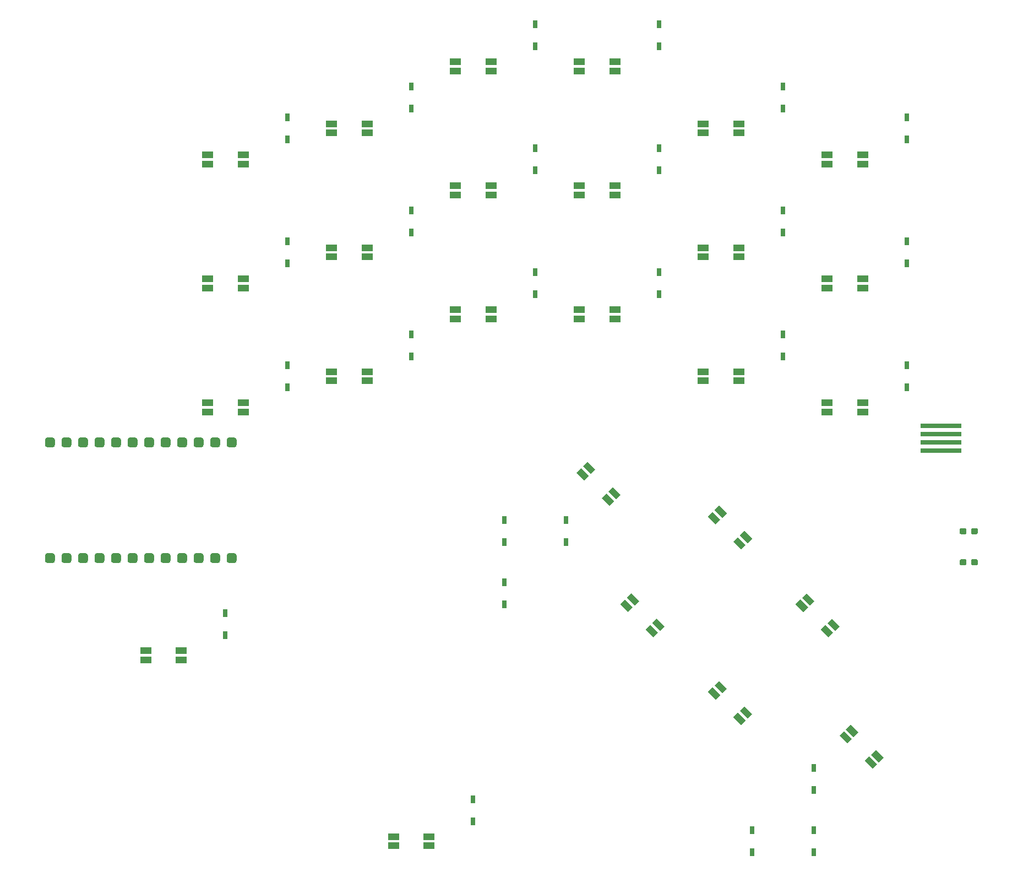
<source format=gbp>
G04 #@! TF.GenerationSoftware,KiCad,Pcbnew,(5.1.9)-1*
G04 #@! TF.CreationDate,2021-10-14T03:32:22+09:00*
G04 #@! TF.ProjectId,GraSPIntEx,47726153-5049-46e7-9445-782e6b696361,rev?*
G04 #@! TF.SameCoordinates,Original*
G04 #@! TF.FileFunction,Paste,Bot*
G04 #@! TF.FilePolarity,Positive*
%FSLAX46Y46*%
G04 Gerber Fmt 4.6, Leading zero omitted, Abs format (unit mm)*
G04 Created by KiCad (PCBNEW (5.1.9)-1) date 2021-10-14 03:32:22*
%MOMM*%
%LPD*%
G01*
G04 APERTURE LIST*
%ADD10R,6.350000X0.760000*%
%ADD11R,0.750000X1.200000*%
%ADD12R,1.700000X1.000000*%
%ADD13C,0.100000*%
G04 APERTURE END LIST*
D10*
G04 #@! TO.C,J2*
X167159500Y-97155000D03*
X167159500Y-95885000D03*
X167159500Y-94615000D03*
X167159500Y-93345000D03*
G04 #@! TD*
G04 #@! TO.C,R3*
G36*
G01*
X171800000Y-109775000D02*
X171800000Y-109300000D01*
G75*
G02*
X172037500Y-109062500I237500J0D01*
G01*
X172612500Y-109062500D01*
G75*
G02*
X172850000Y-109300000I0J-237500D01*
G01*
X172850000Y-109775000D01*
G75*
G02*
X172612500Y-110012500I-237500J0D01*
G01*
X172037500Y-110012500D01*
G75*
G02*
X171800000Y-109775000I0J237500D01*
G01*
G37*
G36*
G01*
X170050000Y-109775000D02*
X170050000Y-109300000D01*
G75*
G02*
X170287500Y-109062500I237500J0D01*
G01*
X170862500Y-109062500D01*
G75*
G02*
X171100000Y-109300000I0J-237500D01*
G01*
X171100000Y-109775000D01*
G75*
G02*
X170862500Y-110012500I-237500J0D01*
G01*
X170287500Y-110012500D01*
G75*
G02*
X170050000Y-109775000I0J237500D01*
G01*
G37*
G04 #@! TD*
G04 #@! TO.C,U2*
G36*
G01*
X29781500Y-112903000D02*
X30543500Y-112903000D01*
G75*
G02*
X30924500Y-113284000I0J-381000D01*
G01*
X30924500Y-114046000D01*
G75*
G02*
X30543500Y-114427000I-381000J0D01*
G01*
X29781500Y-114427000D01*
G75*
G02*
X29400500Y-114046000I0J381000D01*
G01*
X29400500Y-113284000D01*
G75*
G02*
X29781500Y-112903000I381000J0D01*
G01*
G37*
G36*
G01*
X32321500Y-112903000D02*
X33083500Y-112903000D01*
G75*
G02*
X33464500Y-113284000I0J-381000D01*
G01*
X33464500Y-114046000D01*
G75*
G02*
X33083500Y-114427000I-381000J0D01*
G01*
X32321500Y-114427000D01*
G75*
G02*
X31940500Y-114046000I0J381000D01*
G01*
X31940500Y-113284000D01*
G75*
G02*
X32321500Y-112903000I381000J0D01*
G01*
G37*
G36*
G01*
X34861500Y-112903000D02*
X35623500Y-112903000D01*
G75*
G02*
X36004500Y-113284000I0J-381000D01*
G01*
X36004500Y-114046000D01*
G75*
G02*
X35623500Y-114427000I-381000J0D01*
G01*
X34861500Y-114427000D01*
G75*
G02*
X34480500Y-114046000I0J381000D01*
G01*
X34480500Y-113284000D01*
G75*
G02*
X34861500Y-112903000I381000J0D01*
G01*
G37*
G36*
G01*
X37401500Y-112903000D02*
X38163500Y-112903000D01*
G75*
G02*
X38544500Y-113284000I0J-381000D01*
G01*
X38544500Y-114046000D01*
G75*
G02*
X38163500Y-114427000I-381000J0D01*
G01*
X37401500Y-114427000D01*
G75*
G02*
X37020500Y-114046000I0J381000D01*
G01*
X37020500Y-113284000D01*
G75*
G02*
X37401500Y-112903000I381000J0D01*
G01*
G37*
G36*
G01*
X39941500Y-112903000D02*
X40703500Y-112903000D01*
G75*
G02*
X41084500Y-113284000I0J-381000D01*
G01*
X41084500Y-114046000D01*
G75*
G02*
X40703500Y-114427000I-381000J0D01*
G01*
X39941500Y-114427000D01*
G75*
G02*
X39560500Y-114046000I0J381000D01*
G01*
X39560500Y-113284000D01*
G75*
G02*
X39941500Y-112903000I381000J0D01*
G01*
G37*
G36*
G01*
X42481500Y-112903000D02*
X43243500Y-112903000D01*
G75*
G02*
X43624500Y-113284000I0J-381000D01*
G01*
X43624500Y-114046000D01*
G75*
G02*
X43243500Y-114427000I-381000J0D01*
G01*
X42481500Y-114427000D01*
G75*
G02*
X42100500Y-114046000I0J381000D01*
G01*
X42100500Y-113284000D01*
G75*
G02*
X42481500Y-112903000I381000J0D01*
G01*
G37*
G36*
G01*
X45021500Y-112903000D02*
X45783500Y-112903000D01*
G75*
G02*
X46164500Y-113284000I0J-381000D01*
G01*
X46164500Y-114046000D01*
G75*
G02*
X45783500Y-114427000I-381000J0D01*
G01*
X45021500Y-114427000D01*
G75*
G02*
X44640500Y-114046000I0J381000D01*
G01*
X44640500Y-113284000D01*
G75*
G02*
X45021500Y-112903000I381000J0D01*
G01*
G37*
G36*
G01*
X47561500Y-112903000D02*
X48323500Y-112903000D01*
G75*
G02*
X48704500Y-113284000I0J-381000D01*
G01*
X48704500Y-114046000D01*
G75*
G02*
X48323500Y-114427000I-381000J0D01*
G01*
X47561500Y-114427000D01*
G75*
G02*
X47180500Y-114046000I0J381000D01*
G01*
X47180500Y-113284000D01*
G75*
G02*
X47561500Y-112903000I381000J0D01*
G01*
G37*
G36*
G01*
X50101500Y-112903000D02*
X50863500Y-112903000D01*
G75*
G02*
X51244500Y-113284000I0J-381000D01*
G01*
X51244500Y-114046000D01*
G75*
G02*
X50863500Y-114427000I-381000J0D01*
G01*
X50101500Y-114427000D01*
G75*
G02*
X49720500Y-114046000I0J381000D01*
G01*
X49720500Y-113284000D01*
G75*
G02*
X50101500Y-112903000I381000J0D01*
G01*
G37*
G36*
G01*
X52641500Y-112903000D02*
X53403500Y-112903000D01*
G75*
G02*
X53784500Y-113284000I0J-381000D01*
G01*
X53784500Y-114046000D01*
G75*
G02*
X53403500Y-114427000I-381000J0D01*
G01*
X52641500Y-114427000D01*
G75*
G02*
X52260500Y-114046000I0J381000D01*
G01*
X52260500Y-113284000D01*
G75*
G02*
X52641500Y-112903000I381000J0D01*
G01*
G37*
G36*
G01*
X55181500Y-112903000D02*
X55943500Y-112903000D01*
G75*
G02*
X56324500Y-113284000I0J-381000D01*
G01*
X56324500Y-114046000D01*
G75*
G02*
X55943500Y-114427000I-381000J0D01*
G01*
X55181500Y-114427000D01*
G75*
G02*
X54800500Y-114046000I0J381000D01*
G01*
X54800500Y-113284000D01*
G75*
G02*
X55181500Y-112903000I381000J0D01*
G01*
G37*
G36*
G01*
X57721500Y-112903000D02*
X58483500Y-112903000D01*
G75*
G02*
X58864500Y-113284000I0J-381000D01*
G01*
X58864500Y-114046000D01*
G75*
G02*
X58483500Y-114427000I-381000J0D01*
G01*
X57721500Y-114427000D01*
G75*
G02*
X57340500Y-114046000I0J381000D01*
G01*
X57340500Y-113284000D01*
G75*
G02*
X57721500Y-112903000I381000J0D01*
G01*
G37*
G36*
G01*
X57721500Y-95123000D02*
X58483500Y-95123000D01*
G75*
G02*
X58864500Y-95504000I0J-381000D01*
G01*
X58864500Y-96266000D01*
G75*
G02*
X58483500Y-96647000I-381000J0D01*
G01*
X57721500Y-96647000D01*
G75*
G02*
X57340500Y-96266000I0J381000D01*
G01*
X57340500Y-95504000D01*
G75*
G02*
X57721500Y-95123000I381000J0D01*
G01*
G37*
G36*
G01*
X55181500Y-95123000D02*
X55943500Y-95123000D01*
G75*
G02*
X56324500Y-95504000I0J-381000D01*
G01*
X56324500Y-96266000D01*
G75*
G02*
X55943500Y-96647000I-381000J0D01*
G01*
X55181500Y-96647000D01*
G75*
G02*
X54800500Y-96266000I0J381000D01*
G01*
X54800500Y-95504000D01*
G75*
G02*
X55181500Y-95123000I381000J0D01*
G01*
G37*
G36*
G01*
X52641500Y-95123000D02*
X53403500Y-95123000D01*
G75*
G02*
X53784500Y-95504000I0J-381000D01*
G01*
X53784500Y-96266000D01*
G75*
G02*
X53403500Y-96647000I-381000J0D01*
G01*
X52641500Y-96647000D01*
G75*
G02*
X52260500Y-96266000I0J381000D01*
G01*
X52260500Y-95504000D01*
G75*
G02*
X52641500Y-95123000I381000J0D01*
G01*
G37*
G36*
G01*
X50101500Y-95123000D02*
X50863500Y-95123000D01*
G75*
G02*
X51244500Y-95504000I0J-381000D01*
G01*
X51244500Y-96266000D01*
G75*
G02*
X50863500Y-96647000I-381000J0D01*
G01*
X50101500Y-96647000D01*
G75*
G02*
X49720500Y-96266000I0J381000D01*
G01*
X49720500Y-95504000D01*
G75*
G02*
X50101500Y-95123000I381000J0D01*
G01*
G37*
G36*
G01*
X47561500Y-95123000D02*
X48323500Y-95123000D01*
G75*
G02*
X48704500Y-95504000I0J-381000D01*
G01*
X48704500Y-96266000D01*
G75*
G02*
X48323500Y-96647000I-381000J0D01*
G01*
X47561500Y-96647000D01*
G75*
G02*
X47180500Y-96266000I0J381000D01*
G01*
X47180500Y-95504000D01*
G75*
G02*
X47561500Y-95123000I381000J0D01*
G01*
G37*
G36*
G01*
X45021500Y-95123000D02*
X45783500Y-95123000D01*
G75*
G02*
X46164500Y-95504000I0J-381000D01*
G01*
X46164500Y-96266000D01*
G75*
G02*
X45783500Y-96647000I-381000J0D01*
G01*
X45021500Y-96647000D01*
G75*
G02*
X44640500Y-96266000I0J381000D01*
G01*
X44640500Y-95504000D01*
G75*
G02*
X45021500Y-95123000I381000J0D01*
G01*
G37*
G36*
G01*
X42481500Y-95123000D02*
X43243500Y-95123000D01*
G75*
G02*
X43624500Y-95504000I0J-381000D01*
G01*
X43624500Y-96266000D01*
G75*
G02*
X43243500Y-96647000I-381000J0D01*
G01*
X42481500Y-96647000D01*
G75*
G02*
X42100500Y-96266000I0J381000D01*
G01*
X42100500Y-95504000D01*
G75*
G02*
X42481500Y-95123000I381000J0D01*
G01*
G37*
G36*
G01*
X39941500Y-95123000D02*
X40703500Y-95123000D01*
G75*
G02*
X41084500Y-95504000I0J-381000D01*
G01*
X41084500Y-96266000D01*
G75*
G02*
X40703500Y-96647000I-381000J0D01*
G01*
X39941500Y-96647000D01*
G75*
G02*
X39560500Y-96266000I0J381000D01*
G01*
X39560500Y-95504000D01*
G75*
G02*
X39941500Y-95123000I381000J0D01*
G01*
G37*
G36*
G01*
X37401500Y-95123000D02*
X38163500Y-95123000D01*
G75*
G02*
X38544500Y-95504000I0J-381000D01*
G01*
X38544500Y-96266000D01*
G75*
G02*
X38163500Y-96647000I-381000J0D01*
G01*
X37401500Y-96647000D01*
G75*
G02*
X37020500Y-96266000I0J381000D01*
G01*
X37020500Y-95504000D01*
G75*
G02*
X37401500Y-95123000I381000J0D01*
G01*
G37*
G36*
G01*
X34861500Y-95123000D02*
X35623500Y-95123000D01*
G75*
G02*
X36004500Y-95504000I0J-381000D01*
G01*
X36004500Y-96266000D01*
G75*
G02*
X35623500Y-96647000I-381000J0D01*
G01*
X34861500Y-96647000D01*
G75*
G02*
X34480500Y-96266000I0J381000D01*
G01*
X34480500Y-95504000D01*
G75*
G02*
X34861500Y-95123000I381000J0D01*
G01*
G37*
G36*
G01*
X32321500Y-95123000D02*
X33083500Y-95123000D01*
G75*
G02*
X33464500Y-95504000I0J-381000D01*
G01*
X33464500Y-96266000D01*
G75*
G02*
X33083500Y-96647000I-381000J0D01*
G01*
X32321500Y-96647000D01*
G75*
G02*
X31940500Y-96266000I0J381000D01*
G01*
X31940500Y-95504000D01*
G75*
G02*
X32321500Y-95123000I381000J0D01*
G01*
G37*
G36*
G01*
X29781500Y-95123000D02*
X30543500Y-95123000D01*
G75*
G02*
X30924500Y-95504000I0J-381000D01*
G01*
X30924500Y-96266000D01*
G75*
G02*
X30543500Y-96647000I-381000J0D01*
G01*
X29781500Y-96647000D01*
G75*
G02*
X29400500Y-96266000I0J381000D01*
G01*
X29400500Y-95504000D01*
G75*
G02*
X29781500Y-95123000I381000J0D01*
G01*
G37*
G04 #@! TD*
G04 #@! TO.C,R4*
G36*
G01*
X171800000Y-114537500D02*
X171800000Y-114062500D01*
G75*
G02*
X172037500Y-113825000I237500J0D01*
G01*
X172612500Y-113825000D01*
G75*
G02*
X172850000Y-114062500I0J-237500D01*
G01*
X172850000Y-114537500D01*
G75*
G02*
X172612500Y-114775000I-237500J0D01*
G01*
X172037500Y-114775000D01*
G75*
G02*
X171800000Y-114537500I0J237500D01*
G01*
G37*
G36*
G01*
X170050000Y-114537500D02*
X170050000Y-114062500D01*
G75*
G02*
X170287500Y-113825000I237500J0D01*
G01*
X170862500Y-113825000D01*
G75*
G02*
X171100000Y-114062500I0J-237500D01*
G01*
X171100000Y-114537500D01*
G75*
G02*
X170862500Y-114775000I-237500J0D01*
G01*
X170287500Y-114775000D01*
G75*
G02*
X170050000Y-114537500I0J237500D01*
G01*
G37*
G04 #@! TD*
D11*
G04 #@! TO.C,D12*
X161925000Y-45925000D03*
X161925000Y-49325000D03*
G04 #@! TD*
G04 #@! TO.C,D4*
X85725000Y-41162500D03*
X85725000Y-44562500D03*
G04 #@! TD*
G04 #@! TO.C,D30*
X104775000Y-69737500D03*
X104775000Y-73137500D03*
G04 #@! TD*
G04 #@! TO.C,D10*
X142875000Y-41162500D03*
X142875000Y-44562500D03*
G04 #@! TD*
G04 #@! TO.C,D20*
X123825000Y-50687500D03*
X123825000Y-54087500D03*
G04 #@! TD*
G04 #@! TO.C,D16*
X85725000Y-60212500D03*
X85725000Y-63612500D03*
G04 #@! TD*
G04 #@! TO.C,D18*
X104775000Y-50687500D03*
X104775000Y-54087500D03*
G04 #@! TD*
G04 #@! TO.C,D6*
X104775000Y-31637500D03*
X104775000Y-35037500D03*
G04 #@! TD*
G04 #@! TO.C,D2*
X66675000Y-45925000D03*
X66675000Y-49325000D03*
G04 #@! TD*
G04 #@! TO.C,D26*
X66675000Y-84025000D03*
X66675000Y-87425000D03*
G04 #@! TD*
G04 #@! TO.C,D8*
X123825000Y-31637500D03*
X123825000Y-35037500D03*
G04 #@! TD*
G04 #@! TO.C,D14*
X66675000Y-64975000D03*
X66675000Y-68375000D03*
G04 #@! TD*
G04 #@! TO.C,D22*
X142875000Y-60212500D03*
X142875000Y-63612500D03*
G04 #@! TD*
G04 #@! TO.C,D28*
X85725000Y-79262500D03*
X85725000Y-82662500D03*
G04 #@! TD*
G04 #@! TO.C,D24*
X161925000Y-64975000D03*
X161925000Y-68375000D03*
G04 #@! TD*
G04 #@! TO.C,D32*
X123825000Y-69737500D03*
X123825000Y-73137500D03*
G04 #@! TD*
G04 #@! TO.C,D36*
X161925000Y-84025000D03*
X161925000Y-87425000D03*
G04 #@! TD*
G04 #@! TO.C,D38*
X100012500Y-107837500D03*
X100012500Y-111237500D03*
G04 #@! TD*
G04 #@! TO.C,D40*
X109537500Y-107837500D03*
X109537500Y-111237500D03*
G04 #@! TD*
G04 #@! TO.C,D42*
X100012500Y-117362500D03*
X100012500Y-120762500D03*
G04 #@! TD*
G04 #@! TO.C,D44*
X147637500Y-145937500D03*
X147637500Y-149337500D03*
G04 #@! TD*
G04 #@! TO.C,D46*
X138112500Y-155462500D03*
X138112500Y-158862500D03*
G04 #@! TD*
G04 #@! TO.C,D48*
X147637500Y-155462500D03*
X147637500Y-158862500D03*
G04 #@! TD*
G04 #@! TO.C,D34*
X142875000Y-79262500D03*
X142875000Y-82662500D03*
G04 #@! TD*
G04 #@! TO.C,D50*
X57150000Y-122125000D03*
X57150000Y-125525000D03*
G04 #@! TD*
G04 #@! TO.C,D52*
X95250000Y-150700000D03*
X95250000Y-154100000D03*
G04 #@! TD*
D12*
G04 #@! TO.C,LED29*
X98000000Y-37400000D03*
X98000000Y-38800000D03*
X92500000Y-37400000D03*
X92500000Y-38800000D03*
G04 #@! TD*
G04 #@! TO.C,LED33*
X149650000Y-72137500D03*
X149650000Y-70737500D03*
X155150000Y-72137500D03*
X155150000Y-70737500D03*
G04 #@! TD*
G04 #@! TO.C,LED30*
X117050000Y-37400000D03*
X117050000Y-38800000D03*
X111550000Y-37400000D03*
X111550000Y-38800000D03*
G04 #@! TD*
G04 #@! TO.C,LED40*
X78950000Y-85025000D03*
X78950000Y-86425000D03*
X73450000Y-85025000D03*
X73450000Y-86425000D03*
G04 #@! TD*
G04 #@! TO.C,LED42*
X117050000Y-75500000D03*
X117050000Y-76900000D03*
X111550000Y-75500000D03*
X111550000Y-76900000D03*
G04 #@! TD*
G04 #@! TO.C,LED44*
X155150000Y-89787500D03*
X155150000Y-91187500D03*
X149650000Y-89787500D03*
X149650000Y-91187500D03*
G04 #@! TD*
D13*
G04 #@! TO.C,LED46*
G36*
X133259980Y-134698398D02*
G01*
X132552873Y-135405505D01*
X131350792Y-134203424D01*
X132057899Y-133496317D01*
X133259980Y-134698398D01*
G37*
G36*
X134249929Y-133708449D02*
G01*
X133542822Y-134415556D01*
X132340741Y-133213475D01*
X133047848Y-132506368D01*
X134249929Y-133708449D01*
G37*
G36*
X137149067Y-138587485D02*
G01*
X136441960Y-139294592D01*
X135239879Y-138092511D01*
X135946986Y-137385404D01*
X137149067Y-138587485D01*
G37*
G36*
X138139016Y-137597536D02*
G01*
X137431909Y-138304643D01*
X136229828Y-137102562D01*
X136936935Y-136395455D01*
X138139016Y-137597536D01*
G37*
G04 #@! TD*
G04 #@! TO.C,LED48*
G36*
X119789596Y-121228014D02*
G01*
X119082489Y-121935121D01*
X117880408Y-120733040D01*
X118587515Y-120025933D01*
X119789596Y-121228014D01*
G37*
G36*
X120779545Y-120238065D02*
G01*
X120072438Y-120945172D01*
X118870357Y-119743091D01*
X119577464Y-119035984D01*
X120779545Y-120238065D01*
G37*
G36*
X123678683Y-125117101D02*
G01*
X122971576Y-125824208D01*
X121769495Y-124622127D01*
X122476602Y-123915020D01*
X123678683Y-125117101D01*
G37*
G36*
X124668632Y-124127152D02*
G01*
X123961525Y-124834259D01*
X122759444Y-123632178D01*
X123466551Y-122925071D01*
X124668632Y-124127152D01*
G37*
G04 #@! TD*
D12*
G04 #@! TO.C,LED51*
X50375000Y-127887500D03*
X50375000Y-129287500D03*
X44875000Y-127887500D03*
X44875000Y-129287500D03*
G04 #@! TD*
G04 #@! TO.C,LED32*
X155150000Y-51687500D03*
X155150000Y-53087500D03*
X149650000Y-51687500D03*
X149650000Y-53087500D03*
G04 #@! TD*
G04 #@! TO.C,LED34*
X130600000Y-67375000D03*
X130600000Y-65975000D03*
X136100000Y-67375000D03*
X136100000Y-65975000D03*
G04 #@! TD*
G04 #@! TO.C,LED28*
X78950000Y-46925000D03*
X78950000Y-48325000D03*
X73450000Y-46925000D03*
X73450000Y-48325000D03*
G04 #@! TD*
G04 #@! TO.C,LED31*
X136100000Y-46925000D03*
X136100000Y-48325000D03*
X130600000Y-46925000D03*
X130600000Y-48325000D03*
G04 #@! TD*
G04 #@! TO.C,LED35*
X111550000Y-57850000D03*
X111550000Y-56450000D03*
X117050000Y-57850000D03*
X117050000Y-56450000D03*
G04 #@! TD*
G04 #@! TO.C,LED27*
X59900000Y-51687500D03*
X59900000Y-53087500D03*
X54400000Y-51687500D03*
X54400000Y-53087500D03*
G04 #@! TD*
G04 #@! TO.C,LED36*
X92500000Y-57850000D03*
X92500000Y-56450000D03*
X98000000Y-57850000D03*
X98000000Y-56450000D03*
G04 #@! TD*
G04 #@! TO.C,LED37*
X73450000Y-67375000D03*
X73450000Y-65975000D03*
X78950000Y-67375000D03*
X78950000Y-65975000D03*
G04 #@! TD*
G04 #@! TO.C,LED38*
X54400000Y-72137500D03*
X54400000Y-70737500D03*
X59900000Y-72137500D03*
X59900000Y-70737500D03*
G04 #@! TD*
G04 #@! TO.C,LED39*
X59900000Y-89787500D03*
X59900000Y-91187500D03*
X54400000Y-89787500D03*
X54400000Y-91187500D03*
G04 #@! TD*
G04 #@! TO.C,LED41*
X98000000Y-75500000D03*
X98000000Y-76900000D03*
X92500000Y-75500000D03*
X92500000Y-76900000D03*
G04 #@! TD*
G04 #@! TO.C,LED43*
X136100000Y-85025000D03*
X136100000Y-86425000D03*
X130600000Y-85025000D03*
X130600000Y-86425000D03*
G04 #@! TD*
D13*
G04 #@! TO.C,LED45*
G36*
X153465556Y-141433590D02*
G01*
X152758449Y-142140697D01*
X151556368Y-140938616D01*
X152263475Y-140231509D01*
X153465556Y-141433590D01*
G37*
G36*
X154455505Y-140443641D02*
G01*
X153748398Y-141150748D01*
X152546317Y-139948667D01*
X153253424Y-139241560D01*
X154455505Y-140443641D01*
G37*
G36*
X157354643Y-145322677D02*
G01*
X156647536Y-146029784D01*
X155445455Y-144827703D01*
X156152562Y-144120596D01*
X157354643Y-145322677D01*
G37*
G36*
X158344592Y-144332728D02*
G01*
X157637485Y-145039835D01*
X156435404Y-143837754D01*
X157142511Y-143130647D01*
X158344592Y-144332728D01*
G37*
G04 #@! TD*
G04 #@! TO.C,LED47*
G36*
X146730364Y-121228014D02*
G01*
X146023257Y-121935121D01*
X144821176Y-120733040D01*
X145528283Y-120025933D01*
X146730364Y-121228014D01*
G37*
G36*
X147720313Y-120238065D02*
G01*
X147013206Y-120945172D01*
X145811125Y-119743091D01*
X146518232Y-119035984D01*
X147720313Y-120238065D01*
G37*
G36*
X150619451Y-125117101D02*
G01*
X149912344Y-125824208D01*
X148710263Y-124622127D01*
X149417370Y-123915020D01*
X150619451Y-125117101D01*
G37*
G36*
X151609400Y-124127152D02*
G01*
X150902293Y-124834259D01*
X149700212Y-123632178D01*
X150407319Y-122925071D01*
X151609400Y-124127152D01*
G37*
G04 #@! TD*
G04 #@! TO.C,LED49*
G36*
X133259980Y-107757630D02*
G01*
X132552873Y-108464737D01*
X131350792Y-107262656D01*
X132057899Y-106555549D01*
X133259980Y-107757630D01*
G37*
G36*
X134249929Y-106767681D02*
G01*
X133542822Y-107474788D01*
X132340741Y-106272707D01*
X133047848Y-105565600D01*
X134249929Y-106767681D01*
G37*
G36*
X137149067Y-111646717D02*
G01*
X136441960Y-112353824D01*
X135239879Y-111151743D01*
X135946986Y-110444636D01*
X137149067Y-111646717D01*
G37*
G36*
X138139016Y-110656768D02*
G01*
X137431909Y-111363875D01*
X136229828Y-110161794D01*
X136936935Y-109454687D01*
X138139016Y-110656768D01*
G37*
G04 #@! TD*
G04 #@! TO.C,LED50*
G36*
X113054404Y-101022438D02*
G01*
X112347297Y-101729545D01*
X111145216Y-100527464D01*
X111852323Y-99820357D01*
X113054404Y-101022438D01*
G37*
G36*
X114044353Y-100032489D02*
G01*
X113337246Y-100739596D01*
X112135165Y-99537515D01*
X112842272Y-98830408D01*
X114044353Y-100032489D01*
G37*
G36*
X116943491Y-104911525D02*
G01*
X116236384Y-105618632D01*
X115034303Y-104416551D01*
X115741410Y-103709444D01*
X116943491Y-104911525D01*
G37*
G36*
X117933440Y-103921576D02*
G01*
X117226333Y-104628683D01*
X116024252Y-103426602D01*
X116731359Y-102719495D01*
X117933440Y-103921576D01*
G37*
G04 #@! TD*
D12*
G04 #@! TO.C,LED52*
X88475000Y-156462500D03*
X88475000Y-157862500D03*
X82975000Y-156462500D03*
X82975000Y-157862500D03*
G04 #@! TD*
M02*

</source>
